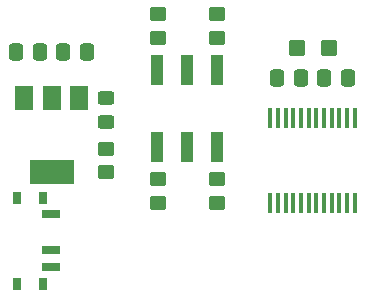
<source format=gbr>
%TF.GenerationSoftware,KiCad,Pcbnew,7.0.9*%
%TF.CreationDate,2024-01-21T19:27:48-06:00*%
%TF.ProjectId,Tei,5465692e-6b69-4636-9164-5f7063625858,1*%
%TF.SameCoordinates,Original*%
%TF.FileFunction,Paste,Top*%
%TF.FilePolarity,Positive*%
%FSLAX46Y46*%
G04 Gerber Fmt 4.6, Leading zero omitted, Abs format (unit mm)*
G04 Created by KiCad (PCBNEW 7.0.9) date 2024-01-21 19:27:48*
%MOMM*%
%LPD*%
G01*
G04 APERTURE LIST*
G04 Aperture macros list*
%AMRoundRect*
0 Rectangle with rounded corners*
0 $1 Rounding radius*
0 $2 $3 $4 $5 $6 $7 $8 $9 X,Y pos of 4 corners*
0 Add a 4 corners polygon primitive as box body*
4,1,4,$2,$3,$4,$5,$6,$7,$8,$9,$2,$3,0*
0 Add four circle primitives for the rounded corners*
1,1,$1+$1,$2,$3*
1,1,$1+$1,$4,$5*
1,1,$1+$1,$6,$7*
1,1,$1+$1,$8,$9*
0 Add four rect primitives between the rounded corners*
20,1,$1+$1,$2,$3,$4,$5,0*
20,1,$1+$1,$4,$5,$6,$7,0*
20,1,$1+$1,$6,$7,$8,$9,0*
20,1,$1+$1,$8,$9,$2,$3,0*%
G04 Aperture macros list end*
%ADD10RoundRect,0.250000X-0.450000X-0.425000X0.450000X-0.425000X0.450000X0.425000X-0.450000X0.425000X0*%
%ADD11RoundRect,0.250000X0.337500X0.475000X-0.337500X0.475000X-0.337500X-0.475000X0.337500X-0.475000X0*%
%ADD12RoundRect,0.250000X-0.450000X0.350000X-0.450000X-0.350000X0.450000X-0.350000X0.450000X0.350000X0*%
%ADD13RoundRect,0.250000X-0.337500X-0.475000X0.337500X-0.475000X0.337500X0.475000X-0.337500X0.475000X0*%
%ADD14R,0.450000X1.750000*%
%ADD15RoundRect,0.250000X0.450000X-0.350000X0.450000X0.350000X-0.450000X0.350000X-0.450000X-0.350000X0*%
%ADD16RoundRect,0.250000X-0.450000X0.325000X-0.450000X-0.325000X0.450000X-0.325000X0.450000X0.325000X0*%
%ADD17R,1.500000X2.000000*%
%ADD18R,3.800000X2.000000*%
%ADD19R,0.800000X1.000000*%
%ADD20R,1.500000X0.700000*%
%ADD21R,1.000000X2.500000*%
G04 APERTURE END LIST*
D10*
%TO.C,C5*%
X29208684Y24025500D03*
X31908684Y24025500D03*
%TD*%
D11*
%TO.C,C3*%
X33596184Y21525500D03*
X31521184Y21525500D03*
%TD*%
D12*
%TO.C,R5*%
X17458684Y12895500D03*
X17458684Y10895500D03*
%TD*%
D11*
%TO.C,C4*%
X29596184Y21525500D03*
X27521184Y21525500D03*
%TD*%
D13*
%TO.C,C1*%
X5421184Y23664113D03*
X7496184Y23664113D03*
%TD*%
D14*
%TO.C,U1*%
X26983684Y10905500D03*
X27633684Y10905500D03*
X28283684Y10905500D03*
X28933684Y10905500D03*
X29583684Y10905500D03*
X30233684Y10905500D03*
X30883684Y10905500D03*
X31533684Y10905500D03*
X32183684Y10905500D03*
X32833684Y10905500D03*
X33483684Y10905500D03*
X34133684Y10905500D03*
X34133684Y18105500D03*
X33483684Y18105500D03*
X32833684Y18105500D03*
X32183684Y18105500D03*
X31533684Y18105500D03*
X30883684Y18105500D03*
X30233684Y18105500D03*
X29583684Y18105500D03*
X28933684Y18105500D03*
X28283684Y18105500D03*
X27633684Y18105500D03*
X26983684Y18105500D03*
%TD*%
D15*
%TO.C,R2*%
X17458684Y24895500D03*
X17458684Y26895500D03*
%TD*%
D16*
%TO.C,D1*%
X13058684Y19814113D03*
X13058684Y17764113D03*
%TD*%
D17*
%TO.C,U2*%
X10758684Y19814113D03*
X8458684Y19814113D03*
D18*
X8458684Y13514113D03*
D17*
X6158684Y19814113D03*
%TD*%
D15*
%TO.C,R1*%
X13058684Y13514113D03*
X13058684Y15514113D03*
%TD*%
D19*
%TO.C,SW1*%
X7723684Y11345500D03*
X5513684Y11345500D03*
X7723684Y4045500D03*
X5513684Y4045500D03*
D20*
X8373684Y9945500D03*
X8373684Y6945500D03*
X8373684Y5445500D03*
%TD*%
D21*
%TO.C,SW2*%
X17418684Y15645500D03*
X22498684Y22145500D03*
X22498684Y15645500D03*
X17418684Y22145500D03*
X19958684Y15645500D03*
X19958684Y22145500D03*
%TD*%
D15*
%TO.C,R4*%
X22458684Y24895500D03*
X22458684Y26895500D03*
%TD*%
D13*
%TO.C,C2*%
X9421184Y23664113D03*
X11496184Y23664113D03*
%TD*%
D12*
%TO.C,R3*%
X22458684Y12895500D03*
X22458684Y10895500D03*
%TD*%
M02*

</source>
